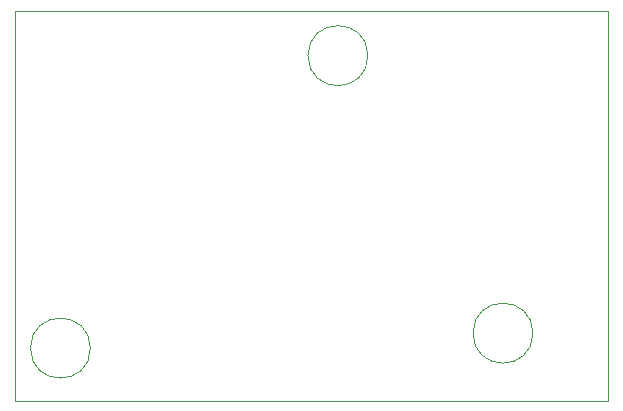
<source format=gbr>
%TF.GenerationSoftware,KiCad,Pcbnew,7.0.9-7.0.9~ubuntu22.04.1*%
%TF.CreationDate,2023-12-22T13:51:19+00:00*%
%TF.ProjectId,wifi_temp_sensor,77696669-5f74-4656-9d70-5f73656e736f,rev?*%
%TF.SameCoordinates,Original*%
%TF.FileFunction,Profile,NP*%
%FSLAX46Y46*%
G04 Gerber Fmt 4.6, Leading zero omitted, Abs format (unit mm)*
G04 Created by KiCad (PCBNEW 7.0.9-7.0.9~ubuntu22.04.1) date 2023-12-22 13:51:19*
%MOMM*%
%LPD*%
G01*
G04 APERTURE LIST*
%TA.AperFunction,Profile*%
%ADD10C,0.100000*%
%TD*%
G04 APERTURE END LIST*
D10*
X208280000Y-53340000D02*
G75*
G03*
X208280000Y-53340000I-2540000J0D01*
G01*
X194310000Y-29845000D02*
G75*
G03*
X194310000Y-29845000I-2540000J0D01*
G01*
X170815000Y-54610000D02*
G75*
G03*
X170815000Y-54610000I-2540000J0D01*
G01*
X214630000Y-59055000D02*
X214630000Y-36830000D01*
X213995000Y-59055000D02*
X214630000Y-59055000D01*
X164465000Y-59055000D02*
X213995000Y-59055000D01*
X164465000Y-26035000D02*
X164465000Y-59055000D01*
X214630000Y-26035000D02*
X164465000Y-26035000D01*
X214630000Y-36830000D02*
X214630000Y-26035000D01*
M02*

</source>
